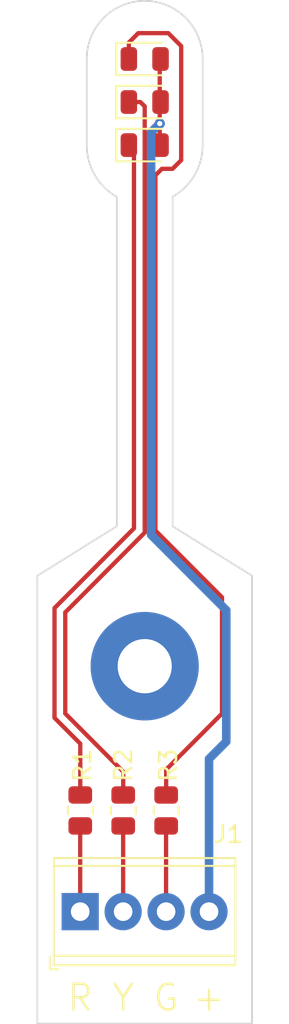
<source format=kicad_pcb>
(kicad_pcb (version 20211014) (generator pcbnew)
  (layers (0 "F.Cu" signal) (31 "B.Cu" signal) (34 "B.Paste" user) (35 "F.Paste" user) (36 "B.SilkS" user "B.Silkscreen") (37 "F.SilkS" user "F.Silkscreen") (38 "B.Mask" user) (39 "F.Mask" user) (44 "Edge.Cuts" user))
  (net 0 "")
  (net 1 "Net-(D1-Pad1)")
  (net 2 "Net-(D2-Pad1)")
  (net 3 "Net-(D3-Pad1)")
  (net 4 "Net-(J1-Pad1)")
  (net 5 "Net-(D1-Pad2)")
  (net 6 "Net-(J1-Pad2)")
  (net 7 "Net-(J1-Pad3)")
  (footprint "LED_SMD:LED_0805_2012Metric" (layer "F.Cu") (at 32.385 138.43)
    (fp_text reference "D1" hide)
    (fp_text value "RED")
    (fp_line (start 1 -0.96) (end -1.685 -0.96) (layer "F.SilkS") (width 0.12))
    (fp_line (start -1.685 0.96) (end 1 0.96) (layer "F.SilkS") (width 0.12))
    (fp_line (start -1.685 -0.96) (end -1.685 0.96) (layer "F.SilkS") (width 0.12))
    (pad "1" smd roundrect (at -0.9375 0) (size 0.975 1.4) (layers "F.Cu" "F.Paste" "F.Mask") (net 1 "Net-(D1-Pad1)"))
    (pad "2" smd roundrect (at 0.9375 0) (size 0.975 1.4) (layers "F.Cu" "F.Paste" "F.Mask") (net 5 "Net-(D1-Pad2)"))
  )
  (footprint "MountingHole:MountingHole_3.2mm_M3_Pad" (layer "F.Cu") (at 32.385 169.164)
    (fp_text reference "H2" hide)
    (fp_text value "MountingHole")
    (pad "1" thru_hole circle (at 0 0) (size 6.4 6.4) (drill 3.2) (layers *.Cu *.Mask))
  )
  (footprint "Resistor_SMD:R_0805_2012Metric" (layer "F.Cu") (at 31.115 177.673 -90)
    (fp_text reference "R2" (at -2.667 0 90) (layer "F.SilkS"))
    (fp_text value "1k")
    (fp_line (start -0.227064 -0.735) (end 0.227064 -0.735) (layer "F.SilkS") (width 0.12))
    (fp_line (start -0.227064 0.735) (end 0.227064 0.735) (layer "F.SilkS") (width 0.12))
    (pad "1" smd roundrect (at -0.9125 0 270) (size 1.025 1.4) (layers "F.Cu" "F.Paste" "F.Mask") (roundrect_rratio 0.243902) (net 2 "Net-(D2-Pad1)"))
    (pad "2" smd roundrect (at 0.9125 0 270) (size 1.025 1.4) (layers "F.Cu" "F.Paste" "F.Mask") (roundrect_rratio 0.243902) (net 6 "Net-(J1-Pad2)"))
  )
  (footprint "LED_SMD:LED_0805_2012Metric" (layer "F.Cu") (at 32.385 135.89)
    (fp_text reference "D2" hide)
    (fp_text value "AMBER")
    (fp_line (start -1.685 0.96) (end 1 0.96) (layer "F.SilkS") (width 0.12))
    (fp_line (start -1.685 -0.96) (end -1.685 0.96) (layer "F.SilkS") (width 0.12))
    (fp_line (start 1 -0.96) (end -1.685 -0.96) (layer "F.SilkS") (width 0.12))
    (pad "1" smd roundrect (at -0.9375 0) (size 0.975 1.4) (layers "F.Cu" "F.Paste" "F.Mask") (net 2 "Net-(D2-Pad1)"))
    (pad "2" smd roundrect (at 0.9375 0) (size 0.975 1.4) (layers "F.Cu" "F.Paste" "F.Mask") (net 5 "Net-(D1-Pad2)"))
  )
  (footprint "Resistor_SMD:R_0805_2012Metric" (layer "F.Cu") (at 28.575 177.673 -90)
    (fp_text reference "R1" (at -2.667 -0.127 90) (layer "F.SilkS"))
    (fp_text value "1k")
    (fp_line (start -0.227064 0.735) (end 0.227064 0.735) (layer "F.SilkS") (width 0.12))
    (fp_line (start -0.227064 -0.735) (end 0.227064 -0.735) (layer "F.SilkS") (width 0.12))
    (pad "1" smd roundrect (at -0.9125 0 270) (size 1.025 1.4) (layers "F.Cu" "F.Paste" "F.Mask") (roundrect_rratio 0.243902) (net 1 "Net-(D1-Pad1)"))
    (pad "2" smd roundrect (at 0.9125 0 270) (size 1.025 1.4) (layers "F.Cu" "F.Paste" "F.Mask") (roundrect_rratio 0.243902) (net 4 "Net-(J1-Pad1)"))
  )
  (footprint "Resistor_SMD:R_0805_2012Metric" (layer "F.Cu") (at 33.655 177.673 -90)
    (fp_text reference "R3" (at -2.667 -0.127 90) (layer "F.SilkS"))
    (fp_text value "1k")
    (fp_line (start -0.227064 -0.735) (end 0.227064 -0.735) (layer "F.SilkS") (width 0.12))
    (fp_line (start -0.227064 0.735) (end 0.227064 0.735) (layer "F.SilkS") (width 0.12))
    (pad "1" smd roundrect (at -0.9125 0 270) (size 1.025 1.4) (layers "F.Cu" "F.Paste" "F.Mask") (roundrect_rratio 0.243902) (net 3 "Net-(D3-Pad1)"))
    (pad "2" smd roundrect (at 0.9125 0 270) (size 1.025 1.4) (layers "F.Cu" "F.Paste" "F.Mask") (roundrect_rratio 0.243902) (net 7 "Net-(J1-Pad3)"))
  )
  (footprint "LED_SMD:LED_0805_2012Metric" (layer "F.Cu") (at 32.385 133.35)
    (fp_text reference "D3" hide)
    (fp_text value "GREEN")
    (fp_line (start -1.685 -0.96) (end -1.685 0.96) (layer "F.SilkS") (width 0.12))
    (fp_line (start 1 -0.96) (end -1.685 -0.96) (layer "F.SilkS") (width 0.12))
    (fp_line (start -1.685 0.96) (end 1 0.96) (layer "F.SilkS") (width 0.12))
    (pad "1" smd roundrect (at -0.9375 0) (size 0.975 1.4) (layers "F.Cu" "F.Paste" "F.Mask") (net 3 "Net-(D3-Pad1)"))
    (pad "2" smd roundrect (at 0.9375 0) (size 0.975 1.4) (layers "F.Cu" "F.Paste" "F.Mask") (net 5 "Net-(D1-Pad2)"))
  )
  (footprint "TerminalBlock_Phoenix:TerminalBlock_Phoenix_MPT-0,5-4-2.54_1x04_P2.54mm_Horizontal" (layer "F.Cu") (at 28.57 183.642)
    (fp_text reference "J1" (at 8.768 -4.572) (layer "F.SilkS"))
    (fp_text value "Screw_Terminal_01x04")
    (fp_line (start -1.8 3.4) (end -1.3 3.4) (layer "F.SilkS") (width 0.12))
    (fp_line (start -1.56 -2.7) (end 9.18 -2.7) (layer "F.SilkS") (width 0.12))
    (fp_line (start -1.56 -3.16) (end 9.18 -3.16) (layer "F.SilkS") (width 0.12))
    (fp_line (start 9.18 -3.16) (end 9.18 3.16) (layer "F.SilkS") (width 0.12))
    (fp_line (start -1.56 2.6) (end 9.18 2.6) (layer "F.SilkS") (width 0.12))
    (fp_line (start -1.56 -3.16) (end -1.56 3.16) (layer "F.SilkS") (width 0.12))
    (fp_line (start -1.56 3.16) (end 9.18 3.16) (layer "F.SilkS") (width 0.12))
    (fp_line (start -1.8 2.66) (end -1.8 3.4) (layer "F.SilkS") (width 0.12))
    (pad "1" thru_hole rect (at 0 0) (size 2.2 2.2) (drill 1.1) (layers *.Cu *.Mask) (net 4 "Net-(J1-Pad1)"))
    (pad "2" thru_hole circle (at 2.54 0) (size 2.2 2.2) (drill 1.1) (layers *.Cu *.Mask) (net 6 "Net-(J1-Pad2)"))
    (pad "3" thru_hole circle (at 5.08 0) (size 2.2 2.2) (drill 1.1) (layers *.Cu *.Mask) (net 7 "Net-(J1-Pad3)"))
    (pad "4" thru_hole circle (at 7.62 0) (size 2.2 2.2) (drill 1.1) (layers *.Cu *.Mask) (net 5 "Net-(D1-Pad2)"))
  )
  (gr_line (start 30.734 160.909) (end 26.035 163.83) (layer "Edge.Cuts") (width 0.1))
  (gr_line (start 35.814 138.43) (end 35.814 133.35) (layer "Edge.Cuts") (width 0.1))
  (gr_line (start 34.036 141.478) (end 34.036 160.909) (layer "Edge.Cuts") (width 0.1))
  (gr_line (start 30.734 141.478) (end 30.734 160.909) (layer "Edge.Cuts") (width 0.1))
  (gr_arc (start 30.734 141.478) (mid 29.432988 140.19434) (end 28.956 138.43) (layer "Edge.Cuts") (width 0.1))
  (gr_arc (start 28.956 133.35) (mid 32.385 129.921) (end 35.814 133.35) (layer "Edge.Cuts") (width 0.1))
  (gr_line (start 28.956 133.35) (end 28.956 138.43) (layer "Edge.Cuts") (width 0.1))
  (gr_line (start 38.735 163.83) (end 34.036 160.909) (layer "Edge.Cuts") (width 0.1))
  (gr_line (start 26.035 163.83) (end 26.035 190.246) (layer "Edge.Cuts") (width 0.1))
  (gr_line (start 38.735 190.246) (end 38.735 163.83) (layer "Edge.Cuts") (width 0.1))
  (gr_line (start 26.035 190.246) (end 38.735 190.246) (layer "Edge.Cuts") (width 0.1))
  (gr_arc (start 35.814 138.43) (mid 35.337012 140.19434) (end 34.036 141.478) (layer "Edge.Cuts") (width 0.1))
  (gr_text "+" (at 36.195 188.722) (layer "F.SilkS") (effects (font (size 1.524 1.524))))
  (gr_text "R" (at 28.575 188.722) (layer "F.SilkS") (effects (font (size 1.524 1.524))))
  (gr_text "G" (at 33.655 188.722) (layer "F.SilkS") (effects (font (size 1.524 1.524))))
  (gr_text "Y" (at 31.115 188.722) (layer "F.SilkS") (effects (font (size 1.524 1.524))))
  (segment (start 27.051 172.212) (end 27.051 165.735) (width 0.254) (layer "F.Cu") (net 1))
  (segment (start 28.575 173.736) (end 27.051 172.212) (width 0.254) (layer "F.Cu") (net 1))
  (segment (start 31.75 161.036) (end 31.75 138.7325) (width 0.254) (layer "F.Cu") (net 1))
  (segment (start 27.051 165.735) (end 31.75 161.036) (width 0.254) (layer "F.Cu") (net 1))
  (segment (start 28.575 176.7605) (end 28.575 173.736) (width 0.254) (layer "F.Cu") (net 1))
  (segment (start 31.75 138.7325) (end 31.4475 138.43) (width 0.254) (layer "F.Cu") (net 1))
  (segment (start 32.385 136.144) (end 32.131 135.89) (width 0.254) (layer "F.Cu") (net 2))
  (segment (start 32.131 135.89) (end 31.4475 135.89) (width 0.254) (layer "F.Cu") (net 2))
  (segment (start 32.385 161.29) (end 32.385 136.144) (width 0.254) (layer "F.Cu") (net 2))
  (segment (start 31.115 175.387) (end 27.686 171.958) (width 0.254) (layer "F.Cu") (net 2))
  (segment (start 27.686 171.958) (end 27.686 165.989) (width 0.254) (layer "F.Cu") (net 2))
  (segment (start 27.686 165.989) (end 32.385 161.29) (width 0.254) (layer "F.Cu") (net 2))
  (segment (start 31.115 176.7605) (end 31.115 175.387) (width 0.254) (layer "F.Cu") (net 2))
  (segment (start 36.957 165.1) (end 36.957 171.958) (width 0.254) (layer "F.Cu") (net 3))
  (segment (start 32.004 131.826) (end 33.782 131.826) (width 0.254) (layer "F.Cu") (net 3))
  (segment (start 34.544 139.319) (end 34.036 139.827) (width 0.254) (layer "F.Cu") (net 3))
  (segment (start 33.401267 139.827) (end 33.02 140.208267) (width 0.254) (layer "F.Cu") (net 3))
  (segment (start 33.02 140.208267) (end 33.02 161.163) (width 0.254) (layer "F.Cu") (net 3))
  (segment (start 36.957 171.958) (end 33.655 175.26) (width 0.254) (layer "F.Cu") (net 3))
  (segment (start 33.655 175.26) (end 33.655 176.7605) (width 0.254) (layer "F.Cu") (net 3))
  (segment (start 31.4475 132.3825) (end 32.004 131.826) (width 0.254) (layer "F.Cu") (net 3))
  (segment (start 33.02 161.163) (end 36.957 165.1) (width 0.254) (layer "F.Cu") (net 3))
  (segment (start 34.036 139.827) (end 33.401267 139.827) (width 0.254) (layer "F.Cu") (net 3))
  (segment (start 33.782 131.826) (end 34.544 132.588) (width 0.254) (layer "F.Cu") (net 3))
  (segment (start 34.544 132.588) (end 34.544 139.319) (width 0.254) (layer "F.Cu") (net 3))
  (segment (start 31.4475 133.35) (end 31.4475 132.3825) (width 0.254) (layer "F.Cu") (net 3))
  (segment (start 28.57 183.642) (end 28.57 178.5905) (width 0.254) (layer "F.Cu") (net 4))
  (segment (start 28.57 178.5905) (end 28.575 178.5855) (width 0.254) (layer "F.Cu") (net 4))
  (segment (start 33.274 133.3985) (end 33.3225 133.35) (width 0.254) (layer "F.Cu") (net 5))
  (segment (start 33.274 138.3815) (end 33.3225 138.43) (width 0.254) (layer "F.Cu") (net 5))
  (segment (start 33.274 137.16) (end 33.274 138.3815) (width 0.254) (layer "F.Cu") (net 5))
  (segment (start 33.274 137.16) (end 33.274 133.3985) (width 0.254) (layer "F.Cu") (net 5))
  (via (at 33.274 137.16) (size 0.6096) (drill 0.3048) (layers "F.Cu" "B.Cu") (net 5))
  (segment (start 36.19 174.63) (end 36.19 183.642) (width 0.508) (layer "B.Cu") (net 5))
  (segment (start 37.211 165.862) (end 37.211 173.609) (width 0.508) (layer "B.Cu") (net 5))
  (segment (start 32.766 137.668) (end 32.766 161.417) (width 0.508) (layer "B.Cu") (net 5))
  (segment (start 37.211 173.609) (end 36.19 174.63) (width 0.508) (layer "B.Cu") (net 5))
  (segment (start 32.766 161.417) (end 37.211 165.862) (width 0.508) (layer "B.Cu") (net 5))
  (segment (start 33.274 137.16) (end 32.766 137.668) (width 0.508) (layer "B.Cu") (net 5))
  (segment (start 31.11 178.5905) (end 31.11 183.642) (width 0.254) (layer "F.Cu") (net 6))
  (segment (start 31.115 178.5855) (end 31.11 178.5905) (width 0.254) (layer "F.Cu") (net 6))
  (segment (start 33.65 178.5905) (end 33.65 183.642) (width 0.254) (layer "F.Cu") (net 7))
  (segment (start 33.655 178.5855) (end 33.65 178.5905) (width 0.254) (layer "F.Cu") (net 7))
)
</source>
